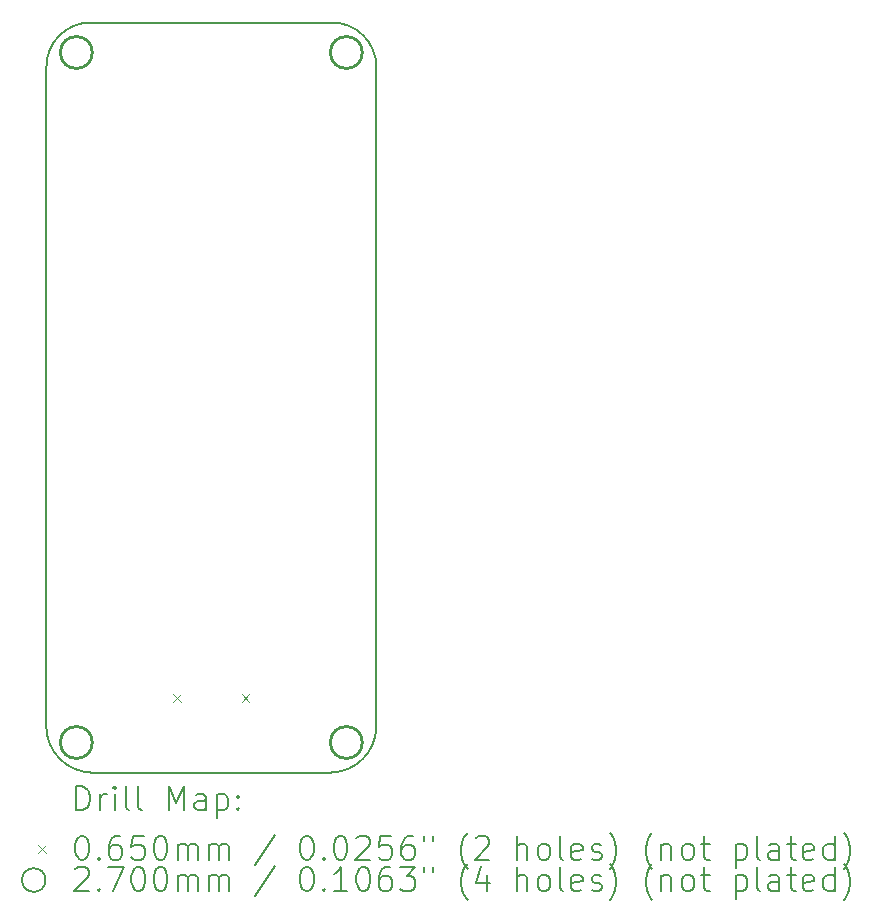
<source format=gbr>
%TF.GenerationSoftware,KiCad,Pcbnew,9.0.2*%
%TF.CreationDate,2025-05-14T22:05:09+05:30*%
%TF.ProjectId,pico2-ice,7069636f-322d-4696-9365-2e6b69636164,REV2*%
%TF.SameCoordinates,Original*%
%TF.FileFunction,Drillmap*%
%TF.FilePolarity,Positive*%
%FSLAX45Y45*%
G04 Gerber Fmt 4.5, Leading zero omitted, Abs format (unit mm)*
G04 Created by KiCad (PCBNEW 9.0.2) date 2025-05-14 22:05:09*
%MOMM*%
%LPD*%
G01*
G04 APERTURE LIST*
%ADD10C,0.127000*%
%ADD11C,0.200000*%
%ADD12C,0.100000*%
%ADD13C,0.270000*%
G04 APERTURE END LIST*
D10*
X8255000Y-13462000D02*
X6223000Y-13462000D01*
X8636000Y-7493000D02*
X8636000Y-13081000D01*
X6223000Y-7112000D02*
X8255000Y-7112000D01*
X5842000Y-13081000D02*
X5842000Y-7493000D01*
X6223000Y-13462000D02*
G75*
G02*
X5842000Y-13081000I10950J391950D01*
G01*
X5842000Y-7493000D02*
G75*
G02*
X6223000Y-7112000I375430J5570D01*
G01*
X8255000Y-7112000D02*
G75*
G02*
X8636000Y-7493000I5570J-375430D01*
G01*
X8636000Y-13081000D02*
G75*
G02*
X8255000Y-13462000I-391950J10950D01*
G01*
D11*
D12*
X6917500Y-12801200D02*
X6982500Y-12866200D01*
X6982500Y-12801200D02*
X6917500Y-12866200D01*
X7495500Y-12801200D02*
X7560500Y-12866200D01*
X7560500Y-12801200D02*
X7495500Y-12866200D01*
D13*
X6231000Y-7366000D02*
G75*
G02*
X5961000Y-7366000I-135000J0D01*
G01*
X5961000Y-7366000D02*
G75*
G02*
X6231000Y-7366000I135000J0D01*
G01*
X6231000Y-13208000D02*
G75*
G02*
X5961000Y-13208000I-135000J0D01*
G01*
X5961000Y-13208000D02*
G75*
G02*
X6231000Y-13208000I135000J0D01*
G01*
X8517000Y-7366000D02*
G75*
G02*
X8247000Y-7366000I-135000J0D01*
G01*
X8247000Y-7366000D02*
G75*
G02*
X8517000Y-7366000I135000J0D01*
G01*
X8517000Y-13208000D02*
G75*
G02*
X8247000Y-13208000I-135000J0D01*
G01*
X8247000Y-13208000D02*
G75*
G02*
X8517000Y-13208000I135000J0D01*
G01*
D11*
X6096385Y-13779834D02*
X6096385Y-13579834D01*
X6096385Y-13579834D02*
X6144004Y-13579834D01*
X6144004Y-13579834D02*
X6172576Y-13589358D01*
X6172576Y-13589358D02*
X6191624Y-13608405D01*
X6191624Y-13608405D02*
X6201147Y-13627453D01*
X6201147Y-13627453D02*
X6210671Y-13665548D01*
X6210671Y-13665548D02*
X6210671Y-13694119D01*
X6210671Y-13694119D02*
X6201147Y-13732215D01*
X6201147Y-13732215D02*
X6191624Y-13751262D01*
X6191624Y-13751262D02*
X6172576Y-13770310D01*
X6172576Y-13770310D02*
X6144004Y-13779834D01*
X6144004Y-13779834D02*
X6096385Y-13779834D01*
X6296385Y-13779834D02*
X6296385Y-13646500D01*
X6296385Y-13684596D02*
X6305909Y-13665548D01*
X6305909Y-13665548D02*
X6315433Y-13656024D01*
X6315433Y-13656024D02*
X6334481Y-13646500D01*
X6334481Y-13646500D02*
X6353528Y-13646500D01*
X6420195Y-13779834D02*
X6420195Y-13646500D01*
X6420195Y-13579834D02*
X6410671Y-13589358D01*
X6410671Y-13589358D02*
X6420195Y-13598881D01*
X6420195Y-13598881D02*
X6429719Y-13589358D01*
X6429719Y-13589358D02*
X6420195Y-13579834D01*
X6420195Y-13579834D02*
X6420195Y-13598881D01*
X6544004Y-13779834D02*
X6524957Y-13770310D01*
X6524957Y-13770310D02*
X6515433Y-13751262D01*
X6515433Y-13751262D02*
X6515433Y-13579834D01*
X6648766Y-13779834D02*
X6629719Y-13770310D01*
X6629719Y-13770310D02*
X6620195Y-13751262D01*
X6620195Y-13751262D02*
X6620195Y-13579834D01*
X6877338Y-13779834D02*
X6877338Y-13579834D01*
X6877338Y-13579834D02*
X6944005Y-13722691D01*
X6944005Y-13722691D02*
X7010671Y-13579834D01*
X7010671Y-13579834D02*
X7010671Y-13779834D01*
X7191624Y-13779834D02*
X7191624Y-13675072D01*
X7191624Y-13675072D02*
X7182100Y-13656024D01*
X7182100Y-13656024D02*
X7163052Y-13646500D01*
X7163052Y-13646500D02*
X7124957Y-13646500D01*
X7124957Y-13646500D02*
X7105909Y-13656024D01*
X7191624Y-13770310D02*
X7172576Y-13779834D01*
X7172576Y-13779834D02*
X7124957Y-13779834D01*
X7124957Y-13779834D02*
X7105909Y-13770310D01*
X7105909Y-13770310D02*
X7096385Y-13751262D01*
X7096385Y-13751262D02*
X7096385Y-13732215D01*
X7096385Y-13732215D02*
X7105909Y-13713167D01*
X7105909Y-13713167D02*
X7124957Y-13703643D01*
X7124957Y-13703643D02*
X7172576Y-13703643D01*
X7172576Y-13703643D02*
X7191624Y-13694119D01*
X7286862Y-13646500D02*
X7286862Y-13846500D01*
X7286862Y-13656024D02*
X7305909Y-13646500D01*
X7305909Y-13646500D02*
X7344005Y-13646500D01*
X7344005Y-13646500D02*
X7363052Y-13656024D01*
X7363052Y-13656024D02*
X7372576Y-13665548D01*
X7372576Y-13665548D02*
X7382100Y-13684596D01*
X7382100Y-13684596D02*
X7382100Y-13741738D01*
X7382100Y-13741738D02*
X7372576Y-13760786D01*
X7372576Y-13760786D02*
X7363052Y-13770310D01*
X7363052Y-13770310D02*
X7344005Y-13779834D01*
X7344005Y-13779834D02*
X7305909Y-13779834D01*
X7305909Y-13779834D02*
X7286862Y-13770310D01*
X7467814Y-13760786D02*
X7477338Y-13770310D01*
X7477338Y-13770310D02*
X7467814Y-13779834D01*
X7467814Y-13779834D02*
X7458290Y-13770310D01*
X7458290Y-13770310D02*
X7467814Y-13760786D01*
X7467814Y-13760786D02*
X7467814Y-13779834D01*
X7467814Y-13656024D02*
X7477338Y-13665548D01*
X7477338Y-13665548D02*
X7467814Y-13675072D01*
X7467814Y-13675072D02*
X7458290Y-13665548D01*
X7458290Y-13665548D02*
X7467814Y-13656024D01*
X7467814Y-13656024D02*
X7467814Y-13675072D01*
D12*
X5770609Y-14075850D02*
X5835609Y-14140850D01*
X5835609Y-14075850D02*
X5770609Y-14140850D01*
D11*
X6134481Y-13999834D02*
X6153528Y-13999834D01*
X6153528Y-13999834D02*
X6172576Y-14009358D01*
X6172576Y-14009358D02*
X6182100Y-14018881D01*
X6182100Y-14018881D02*
X6191624Y-14037929D01*
X6191624Y-14037929D02*
X6201147Y-14076024D01*
X6201147Y-14076024D02*
X6201147Y-14123643D01*
X6201147Y-14123643D02*
X6191624Y-14161738D01*
X6191624Y-14161738D02*
X6182100Y-14180786D01*
X6182100Y-14180786D02*
X6172576Y-14190310D01*
X6172576Y-14190310D02*
X6153528Y-14199834D01*
X6153528Y-14199834D02*
X6134481Y-14199834D01*
X6134481Y-14199834D02*
X6115433Y-14190310D01*
X6115433Y-14190310D02*
X6105909Y-14180786D01*
X6105909Y-14180786D02*
X6096385Y-14161738D01*
X6096385Y-14161738D02*
X6086862Y-14123643D01*
X6086862Y-14123643D02*
X6086862Y-14076024D01*
X6086862Y-14076024D02*
X6096385Y-14037929D01*
X6096385Y-14037929D02*
X6105909Y-14018881D01*
X6105909Y-14018881D02*
X6115433Y-14009358D01*
X6115433Y-14009358D02*
X6134481Y-13999834D01*
X6286862Y-14180786D02*
X6296385Y-14190310D01*
X6296385Y-14190310D02*
X6286862Y-14199834D01*
X6286862Y-14199834D02*
X6277338Y-14190310D01*
X6277338Y-14190310D02*
X6286862Y-14180786D01*
X6286862Y-14180786D02*
X6286862Y-14199834D01*
X6467814Y-13999834D02*
X6429719Y-13999834D01*
X6429719Y-13999834D02*
X6410671Y-14009358D01*
X6410671Y-14009358D02*
X6401147Y-14018881D01*
X6401147Y-14018881D02*
X6382100Y-14047453D01*
X6382100Y-14047453D02*
X6372576Y-14085548D01*
X6372576Y-14085548D02*
X6372576Y-14161738D01*
X6372576Y-14161738D02*
X6382100Y-14180786D01*
X6382100Y-14180786D02*
X6391624Y-14190310D01*
X6391624Y-14190310D02*
X6410671Y-14199834D01*
X6410671Y-14199834D02*
X6448766Y-14199834D01*
X6448766Y-14199834D02*
X6467814Y-14190310D01*
X6467814Y-14190310D02*
X6477338Y-14180786D01*
X6477338Y-14180786D02*
X6486862Y-14161738D01*
X6486862Y-14161738D02*
X6486862Y-14114119D01*
X6486862Y-14114119D02*
X6477338Y-14095072D01*
X6477338Y-14095072D02*
X6467814Y-14085548D01*
X6467814Y-14085548D02*
X6448766Y-14076024D01*
X6448766Y-14076024D02*
X6410671Y-14076024D01*
X6410671Y-14076024D02*
X6391624Y-14085548D01*
X6391624Y-14085548D02*
X6382100Y-14095072D01*
X6382100Y-14095072D02*
X6372576Y-14114119D01*
X6667814Y-13999834D02*
X6572576Y-13999834D01*
X6572576Y-13999834D02*
X6563052Y-14095072D01*
X6563052Y-14095072D02*
X6572576Y-14085548D01*
X6572576Y-14085548D02*
X6591624Y-14076024D01*
X6591624Y-14076024D02*
X6639243Y-14076024D01*
X6639243Y-14076024D02*
X6658290Y-14085548D01*
X6658290Y-14085548D02*
X6667814Y-14095072D01*
X6667814Y-14095072D02*
X6677338Y-14114119D01*
X6677338Y-14114119D02*
X6677338Y-14161738D01*
X6677338Y-14161738D02*
X6667814Y-14180786D01*
X6667814Y-14180786D02*
X6658290Y-14190310D01*
X6658290Y-14190310D02*
X6639243Y-14199834D01*
X6639243Y-14199834D02*
X6591624Y-14199834D01*
X6591624Y-14199834D02*
X6572576Y-14190310D01*
X6572576Y-14190310D02*
X6563052Y-14180786D01*
X6801147Y-13999834D02*
X6820195Y-13999834D01*
X6820195Y-13999834D02*
X6839243Y-14009358D01*
X6839243Y-14009358D02*
X6848766Y-14018881D01*
X6848766Y-14018881D02*
X6858290Y-14037929D01*
X6858290Y-14037929D02*
X6867814Y-14076024D01*
X6867814Y-14076024D02*
X6867814Y-14123643D01*
X6867814Y-14123643D02*
X6858290Y-14161738D01*
X6858290Y-14161738D02*
X6848766Y-14180786D01*
X6848766Y-14180786D02*
X6839243Y-14190310D01*
X6839243Y-14190310D02*
X6820195Y-14199834D01*
X6820195Y-14199834D02*
X6801147Y-14199834D01*
X6801147Y-14199834D02*
X6782100Y-14190310D01*
X6782100Y-14190310D02*
X6772576Y-14180786D01*
X6772576Y-14180786D02*
X6763052Y-14161738D01*
X6763052Y-14161738D02*
X6753528Y-14123643D01*
X6753528Y-14123643D02*
X6753528Y-14076024D01*
X6753528Y-14076024D02*
X6763052Y-14037929D01*
X6763052Y-14037929D02*
X6772576Y-14018881D01*
X6772576Y-14018881D02*
X6782100Y-14009358D01*
X6782100Y-14009358D02*
X6801147Y-13999834D01*
X6953528Y-14199834D02*
X6953528Y-14066500D01*
X6953528Y-14085548D02*
X6963052Y-14076024D01*
X6963052Y-14076024D02*
X6982100Y-14066500D01*
X6982100Y-14066500D02*
X7010671Y-14066500D01*
X7010671Y-14066500D02*
X7029719Y-14076024D01*
X7029719Y-14076024D02*
X7039243Y-14095072D01*
X7039243Y-14095072D02*
X7039243Y-14199834D01*
X7039243Y-14095072D02*
X7048766Y-14076024D01*
X7048766Y-14076024D02*
X7067814Y-14066500D01*
X7067814Y-14066500D02*
X7096385Y-14066500D01*
X7096385Y-14066500D02*
X7115433Y-14076024D01*
X7115433Y-14076024D02*
X7124957Y-14095072D01*
X7124957Y-14095072D02*
X7124957Y-14199834D01*
X7220195Y-14199834D02*
X7220195Y-14066500D01*
X7220195Y-14085548D02*
X7229719Y-14076024D01*
X7229719Y-14076024D02*
X7248766Y-14066500D01*
X7248766Y-14066500D02*
X7277338Y-14066500D01*
X7277338Y-14066500D02*
X7296386Y-14076024D01*
X7296386Y-14076024D02*
X7305909Y-14095072D01*
X7305909Y-14095072D02*
X7305909Y-14199834D01*
X7305909Y-14095072D02*
X7315433Y-14076024D01*
X7315433Y-14076024D02*
X7334481Y-14066500D01*
X7334481Y-14066500D02*
X7363052Y-14066500D01*
X7363052Y-14066500D02*
X7382100Y-14076024D01*
X7382100Y-14076024D02*
X7391624Y-14095072D01*
X7391624Y-14095072D02*
X7391624Y-14199834D01*
X7782100Y-13990310D02*
X7610671Y-14247453D01*
X8039243Y-13999834D02*
X8058290Y-13999834D01*
X8058290Y-13999834D02*
X8077338Y-14009358D01*
X8077338Y-14009358D02*
X8086862Y-14018881D01*
X8086862Y-14018881D02*
X8096386Y-14037929D01*
X8096386Y-14037929D02*
X8105909Y-14076024D01*
X8105909Y-14076024D02*
X8105909Y-14123643D01*
X8105909Y-14123643D02*
X8096386Y-14161738D01*
X8096386Y-14161738D02*
X8086862Y-14180786D01*
X8086862Y-14180786D02*
X8077338Y-14190310D01*
X8077338Y-14190310D02*
X8058290Y-14199834D01*
X8058290Y-14199834D02*
X8039243Y-14199834D01*
X8039243Y-14199834D02*
X8020195Y-14190310D01*
X8020195Y-14190310D02*
X8010671Y-14180786D01*
X8010671Y-14180786D02*
X8001148Y-14161738D01*
X8001148Y-14161738D02*
X7991624Y-14123643D01*
X7991624Y-14123643D02*
X7991624Y-14076024D01*
X7991624Y-14076024D02*
X8001148Y-14037929D01*
X8001148Y-14037929D02*
X8010671Y-14018881D01*
X8010671Y-14018881D02*
X8020195Y-14009358D01*
X8020195Y-14009358D02*
X8039243Y-13999834D01*
X8191624Y-14180786D02*
X8201148Y-14190310D01*
X8201148Y-14190310D02*
X8191624Y-14199834D01*
X8191624Y-14199834D02*
X8182100Y-14190310D01*
X8182100Y-14190310D02*
X8191624Y-14180786D01*
X8191624Y-14180786D02*
X8191624Y-14199834D01*
X8324957Y-13999834D02*
X8344005Y-13999834D01*
X8344005Y-13999834D02*
X8363052Y-14009358D01*
X8363052Y-14009358D02*
X8372576Y-14018881D01*
X8372576Y-14018881D02*
X8382100Y-14037929D01*
X8382100Y-14037929D02*
X8391624Y-14076024D01*
X8391624Y-14076024D02*
X8391624Y-14123643D01*
X8391624Y-14123643D02*
X8382100Y-14161738D01*
X8382100Y-14161738D02*
X8372576Y-14180786D01*
X8372576Y-14180786D02*
X8363052Y-14190310D01*
X8363052Y-14190310D02*
X8344005Y-14199834D01*
X8344005Y-14199834D02*
X8324957Y-14199834D01*
X8324957Y-14199834D02*
X8305909Y-14190310D01*
X8305909Y-14190310D02*
X8296386Y-14180786D01*
X8296386Y-14180786D02*
X8286862Y-14161738D01*
X8286862Y-14161738D02*
X8277338Y-14123643D01*
X8277338Y-14123643D02*
X8277338Y-14076024D01*
X8277338Y-14076024D02*
X8286862Y-14037929D01*
X8286862Y-14037929D02*
X8296386Y-14018881D01*
X8296386Y-14018881D02*
X8305909Y-14009358D01*
X8305909Y-14009358D02*
X8324957Y-13999834D01*
X8467814Y-14018881D02*
X8477338Y-14009358D01*
X8477338Y-14009358D02*
X8496386Y-13999834D01*
X8496386Y-13999834D02*
X8544005Y-13999834D01*
X8544005Y-13999834D02*
X8563052Y-14009358D01*
X8563052Y-14009358D02*
X8572576Y-14018881D01*
X8572576Y-14018881D02*
X8582100Y-14037929D01*
X8582100Y-14037929D02*
X8582100Y-14056977D01*
X8582100Y-14056977D02*
X8572576Y-14085548D01*
X8572576Y-14085548D02*
X8458291Y-14199834D01*
X8458291Y-14199834D02*
X8582100Y-14199834D01*
X8763052Y-13999834D02*
X8667814Y-13999834D01*
X8667814Y-13999834D02*
X8658291Y-14095072D01*
X8658291Y-14095072D02*
X8667814Y-14085548D01*
X8667814Y-14085548D02*
X8686862Y-14076024D01*
X8686862Y-14076024D02*
X8734481Y-14076024D01*
X8734481Y-14076024D02*
X8753529Y-14085548D01*
X8753529Y-14085548D02*
X8763052Y-14095072D01*
X8763052Y-14095072D02*
X8772576Y-14114119D01*
X8772576Y-14114119D02*
X8772576Y-14161738D01*
X8772576Y-14161738D02*
X8763052Y-14180786D01*
X8763052Y-14180786D02*
X8753529Y-14190310D01*
X8753529Y-14190310D02*
X8734481Y-14199834D01*
X8734481Y-14199834D02*
X8686862Y-14199834D01*
X8686862Y-14199834D02*
X8667814Y-14190310D01*
X8667814Y-14190310D02*
X8658291Y-14180786D01*
X8944005Y-13999834D02*
X8905910Y-13999834D01*
X8905910Y-13999834D02*
X8886862Y-14009358D01*
X8886862Y-14009358D02*
X8877338Y-14018881D01*
X8877338Y-14018881D02*
X8858291Y-14047453D01*
X8858291Y-14047453D02*
X8848767Y-14085548D01*
X8848767Y-14085548D02*
X8848767Y-14161738D01*
X8848767Y-14161738D02*
X8858291Y-14180786D01*
X8858291Y-14180786D02*
X8867814Y-14190310D01*
X8867814Y-14190310D02*
X8886862Y-14199834D01*
X8886862Y-14199834D02*
X8924957Y-14199834D01*
X8924957Y-14199834D02*
X8944005Y-14190310D01*
X8944005Y-14190310D02*
X8953529Y-14180786D01*
X8953529Y-14180786D02*
X8963052Y-14161738D01*
X8963052Y-14161738D02*
X8963052Y-14114119D01*
X8963052Y-14114119D02*
X8953529Y-14095072D01*
X8953529Y-14095072D02*
X8944005Y-14085548D01*
X8944005Y-14085548D02*
X8924957Y-14076024D01*
X8924957Y-14076024D02*
X8886862Y-14076024D01*
X8886862Y-14076024D02*
X8867814Y-14085548D01*
X8867814Y-14085548D02*
X8858291Y-14095072D01*
X8858291Y-14095072D02*
X8848767Y-14114119D01*
X9039243Y-13999834D02*
X9039243Y-14037929D01*
X9115433Y-13999834D02*
X9115433Y-14037929D01*
X9410672Y-14276024D02*
X9401148Y-14266500D01*
X9401148Y-14266500D02*
X9382100Y-14237929D01*
X9382100Y-14237929D02*
X9372576Y-14218881D01*
X9372576Y-14218881D02*
X9363053Y-14190310D01*
X9363053Y-14190310D02*
X9353529Y-14142691D01*
X9353529Y-14142691D02*
X9353529Y-14104596D01*
X9353529Y-14104596D02*
X9363053Y-14056977D01*
X9363053Y-14056977D02*
X9372576Y-14028405D01*
X9372576Y-14028405D02*
X9382100Y-14009358D01*
X9382100Y-14009358D02*
X9401148Y-13980786D01*
X9401148Y-13980786D02*
X9410672Y-13971262D01*
X9477338Y-14018881D02*
X9486862Y-14009358D01*
X9486862Y-14009358D02*
X9505910Y-13999834D01*
X9505910Y-13999834D02*
X9553529Y-13999834D01*
X9553529Y-13999834D02*
X9572576Y-14009358D01*
X9572576Y-14009358D02*
X9582100Y-14018881D01*
X9582100Y-14018881D02*
X9591624Y-14037929D01*
X9591624Y-14037929D02*
X9591624Y-14056977D01*
X9591624Y-14056977D02*
X9582100Y-14085548D01*
X9582100Y-14085548D02*
X9467814Y-14199834D01*
X9467814Y-14199834D02*
X9591624Y-14199834D01*
X9829719Y-14199834D02*
X9829719Y-13999834D01*
X9915434Y-14199834D02*
X9915434Y-14095072D01*
X9915434Y-14095072D02*
X9905910Y-14076024D01*
X9905910Y-14076024D02*
X9886862Y-14066500D01*
X9886862Y-14066500D02*
X9858291Y-14066500D01*
X9858291Y-14066500D02*
X9839243Y-14076024D01*
X9839243Y-14076024D02*
X9829719Y-14085548D01*
X10039243Y-14199834D02*
X10020195Y-14190310D01*
X10020195Y-14190310D02*
X10010672Y-14180786D01*
X10010672Y-14180786D02*
X10001148Y-14161738D01*
X10001148Y-14161738D02*
X10001148Y-14104596D01*
X10001148Y-14104596D02*
X10010672Y-14085548D01*
X10010672Y-14085548D02*
X10020195Y-14076024D01*
X10020195Y-14076024D02*
X10039243Y-14066500D01*
X10039243Y-14066500D02*
X10067815Y-14066500D01*
X10067815Y-14066500D02*
X10086862Y-14076024D01*
X10086862Y-14076024D02*
X10096386Y-14085548D01*
X10096386Y-14085548D02*
X10105910Y-14104596D01*
X10105910Y-14104596D02*
X10105910Y-14161738D01*
X10105910Y-14161738D02*
X10096386Y-14180786D01*
X10096386Y-14180786D02*
X10086862Y-14190310D01*
X10086862Y-14190310D02*
X10067815Y-14199834D01*
X10067815Y-14199834D02*
X10039243Y-14199834D01*
X10220195Y-14199834D02*
X10201148Y-14190310D01*
X10201148Y-14190310D02*
X10191624Y-14171262D01*
X10191624Y-14171262D02*
X10191624Y-13999834D01*
X10372576Y-14190310D02*
X10353529Y-14199834D01*
X10353529Y-14199834D02*
X10315434Y-14199834D01*
X10315434Y-14199834D02*
X10296386Y-14190310D01*
X10296386Y-14190310D02*
X10286862Y-14171262D01*
X10286862Y-14171262D02*
X10286862Y-14095072D01*
X10286862Y-14095072D02*
X10296386Y-14076024D01*
X10296386Y-14076024D02*
X10315434Y-14066500D01*
X10315434Y-14066500D02*
X10353529Y-14066500D01*
X10353529Y-14066500D02*
X10372576Y-14076024D01*
X10372576Y-14076024D02*
X10382100Y-14095072D01*
X10382100Y-14095072D02*
X10382100Y-14114119D01*
X10382100Y-14114119D02*
X10286862Y-14133167D01*
X10458291Y-14190310D02*
X10477338Y-14199834D01*
X10477338Y-14199834D02*
X10515434Y-14199834D01*
X10515434Y-14199834D02*
X10534481Y-14190310D01*
X10534481Y-14190310D02*
X10544005Y-14171262D01*
X10544005Y-14171262D02*
X10544005Y-14161738D01*
X10544005Y-14161738D02*
X10534481Y-14142691D01*
X10534481Y-14142691D02*
X10515434Y-14133167D01*
X10515434Y-14133167D02*
X10486862Y-14133167D01*
X10486862Y-14133167D02*
X10467815Y-14123643D01*
X10467815Y-14123643D02*
X10458291Y-14104596D01*
X10458291Y-14104596D02*
X10458291Y-14095072D01*
X10458291Y-14095072D02*
X10467815Y-14076024D01*
X10467815Y-14076024D02*
X10486862Y-14066500D01*
X10486862Y-14066500D02*
X10515434Y-14066500D01*
X10515434Y-14066500D02*
X10534481Y-14076024D01*
X10610672Y-14276024D02*
X10620196Y-14266500D01*
X10620196Y-14266500D02*
X10639243Y-14237929D01*
X10639243Y-14237929D02*
X10648767Y-14218881D01*
X10648767Y-14218881D02*
X10658291Y-14190310D01*
X10658291Y-14190310D02*
X10667815Y-14142691D01*
X10667815Y-14142691D02*
X10667815Y-14104596D01*
X10667815Y-14104596D02*
X10658291Y-14056977D01*
X10658291Y-14056977D02*
X10648767Y-14028405D01*
X10648767Y-14028405D02*
X10639243Y-14009358D01*
X10639243Y-14009358D02*
X10620196Y-13980786D01*
X10620196Y-13980786D02*
X10610672Y-13971262D01*
X10972577Y-14276024D02*
X10963053Y-14266500D01*
X10963053Y-14266500D02*
X10944005Y-14237929D01*
X10944005Y-14237929D02*
X10934481Y-14218881D01*
X10934481Y-14218881D02*
X10924957Y-14190310D01*
X10924957Y-14190310D02*
X10915434Y-14142691D01*
X10915434Y-14142691D02*
X10915434Y-14104596D01*
X10915434Y-14104596D02*
X10924957Y-14056977D01*
X10924957Y-14056977D02*
X10934481Y-14028405D01*
X10934481Y-14028405D02*
X10944005Y-14009358D01*
X10944005Y-14009358D02*
X10963053Y-13980786D01*
X10963053Y-13980786D02*
X10972577Y-13971262D01*
X11048767Y-14066500D02*
X11048767Y-14199834D01*
X11048767Y-14085548D02*
X11058291Y-14076024D01*
X11058291Y-14076024D02*
X11077338Y-14066500D01*
X11077338Y-14066500D02*
X11105910Y-14066500D01*
X11105910Y-14066500D02*
X11124957Y-14076024D01*
X11124957Y-14076024D02*
X11134481Y-14095072D01*
X11134481Y-14095072D02*
X11134481Y-14199834D01*
X11258291Y-14199834D02*
X11239243Y-14190310D01*
X11239243Y-14190310D02*
X11229719Y-14180786D01*
X11229719Y-14180786D02*
X11220195Y-14161738D01*
X11220195Y-14161738D02*
X11220195Y-14104596D01*
X11220195Y-14104596D02*
X11229719Y-14085548D01*
X11229719Y-14085548D02*
X11239243Y-14076024D01*
X11239243Y-14076024D02*
X11258291Y-14066500D01*
X11258291Y-14066500D02*
X11286862Y-14066500D01*
X11286862Y-14066500D02*
X11305910Y-14076024D01*
X11305910Y-14076024D02*
X11315434Y-14085548D01*
X11315434Y-14085548D02*
X11324957Y-14104596D01*
X11324957Y-14104596D02*
X11324957Y-14161738D01*
X11324957Y-14161738D02*
X11315434Y-14180786D01*
X11315434Y-14180786D02*
X11305910Y-14190310D01*
X11305910Y-14190310D02*
X11286862Y-14199834D01*
X11286862Y-14199834D02*
X11258291Y-14199834D01*
X11382100Y-14066500D02*
X11458291Y-14066500D01*
X11410672Y-13999834D02*
X11410672Y-14171262D01*
X11410672Y-14171262D02*
X11420195Y-14190310D01*
X11420195Y-14190310D02*
X11439243Y-14199834D01*
X11439243Y-14199834D02*
X11458291Y-14199834D01*
X11677338Y-14066500D02*
X11677338Y-14266500D01*
X11677338Y-14076024D02*
X11696386Y-14066500D01*
X11696386Y-14066500D02*
X11734481Y-14066500D01*
X11734481Y-14066500D02*
X11753529Y-14076024D01*
X11753529Y-14076024D02*
X11763053Y-14085548D01*
X11763053Y-14085548D02*
X11772576Y-14104596D01*
X11772576Y-14104596D02*
X11772576Y-14161738D01*
X11772576Y-14161738D02*
X11763053Y-14180786D01*
X11763053Y-14180786D02*
X11753529Y-14190310D01*
X11753529Y-14190310D02*
X11734481Y-14199834D01*
X11734481Y-14199834D02*
X11696386Y-14199834D01*
X11696386Y-14199834D02*
X11677338Y-14190310D01*
X11886862Y-14199834D02*
X11867815Y-14190310D01*
X11867815Y-14190310D02*
X11858291Y-14171262D01*
X11858291Y-14171262D02*
X11858291Y-13999834D01*
X12048767Y-14199834D02*
X12048767Y-14095072D01*
X12048767Y-14095072D02*
X12039243Y-14076024D01*
X12039243Y-14076024D02*
X12020196Y-14066500D01*
X12020196Y-14066500D02*
X11982100Y-14066500D01*
X11982100Y-14066500D02*
X11963053Y-14076024D01*
X12048767Y-14190310D02*
X12029719Y-14199834D01*
X12029719Y-14199834D02*
X11982100Y-14199834D01*
X11982100Y-14199834D02*
X11963053Y-14190310D01*
X11963053Y-14190310D02*
X11953529Y-14171262D01*
X11953529Y-14171262D02*
X11953529Y-14152215D01*
X11953529Y-14152215D02*
X11963053Y-14133167D01*
X11963053Y-14133167D02*
X11982100Y-14123643D01*
X11982100Y-14123643D02*
X12029719Y-14123643D01*
X12029719Y-14123643D02*
X12048767Y-14114119D01*
X12115434Y-14066500D02*
X12191624Y-14066500D01*
X12144005Y-13999834D02*
X12144005Y-14171262D01*
X12144005Y-14171262D02*
X12153529Y-14190310D01*
X12153529Y-14190310D02*
X12172576Y-14199834D01*
X12172576Y-14199834D02*
X12191624Y-14199834D01*
X12334481Y-14190310D02*
X12315434Y-14199834D01*
X12315434Y-14199834D02*
X12277338Y-14199834D01*
X12277338Y-14199834D02*
X12258291Y-14190310D01*
X12258291Y-14190310D02*
X12248767Y-14171262D01*
X12248767Y-14171262D02*
X12248767Y-14095072D01*
X12248767Y-14095072D02*
X12258291Y-14076024D01*
X12258291Y-14076024D02*
X12277338Y-14066500D01*
X12277338Y-14066500D02*
X12315434Y-14066500D01*
X12315434Y-14066500D02*
X12334481Y-14076024D01*
X12334481Y-14076024D02*
X12344005Y-14095072D01*
X12344005Y-14095072D02*
X12344005Y-14114119D01*
X12344005Y-14114119D02*
X12248767Y-14133167D01*
X12515434Y-14199834D02*
X12515434Y-13999834D01*
X12515434Y-14190310D02*
X12496386Y-14199834D01*
X12496386Y-14199834D02*
X12458291Y-14199834D01*
X12458291Y-14199834D02*
X12439243Y-14190310D01*
X12439243Y-14190310D02*
X12429719Y-14180786D01*
X12429719Y-14180786D02*
X12420196Y-14161738D01*
X12420196Y-14161738D02*
X12420196Y-14104596D01*
X12420196Y-14104596D02*
X12429719Y-14085548D01*
X12429719Y-14085548D02*
X12439243Y-14076024D01*
X12439243Y-14076024D02*
X12458291Y-14066500D01*
X12458291Y-14066500D02*
X12496386Y-14066500D01*
X12496386Y-14066500D02*
X12515434Y-14076024D01*
X12591624Y-14276024D02*
X12601148Y-14266500D01*
X12601148Y-14266500D02*
X12620196Y-14237929D01*
X12620196Y-14237929D02*
X12629719Y-14218881D01*
X12629719Y-14218881D02*
X12639243Y-14190310D01*
X12639243Y-14190310D02*
X12648767Y-14142691D01*
X12648767Y-14142691D02*
X12648767Y-14104596D01*
X12648767Y-14104596D02*
X12639243Y-14056977D01*
X12639243Y-14056977D02*
X12629719Y-14028405D01*
X12629719Y-14028405D02*
X12620196Y-14009358D01*
X12620196Y-14009358D02*
X12601148Y-13980786D01*
X12601148Y-13980786D02*
X12591624Y-13971262D01*
X5835609Y-14372350D02*
G75*
G02*
X5635609Y-14372350I-100000J0D01*
G01*
X5635609Y-14372350D02*
G75*
G02*
X5835609Y-14372350I100000J0D01*
G01*
X6086862Y-14282881D02*
X6096385Y-14273358D01*
X6096385Y-14273358D02*
X6115433Y-14263834D01*
X6115433Y-14263834D02*
X6163052Y-14263834D01*
X6163052Y-14263834D02*
X6182100Y-14273358D01*
X6182100Y-14273358D02*
X6191624Y-14282881D01*
X6191624Y-14282881D02*
X6201147Y-14301929D01*
X6201147Y-14301929D02*
X6201147Y-14320977D01*
X6201147Y-14320977D02*
X6191624Y-14349548D01*
X6191624Y-14349548D02*
X6077338Y-14463834D01*
X6077338Y-14463834D02*
X6201147Y-14463834D01*
X6286862Y-14444786D02*
X6296385Y-14454310D01*
X6296385Y-14454310D02*
X6286862Y-14463834D01*
X6286862Y-14463834D02*
X6277338Y-14454310D01*
X6277338Y-14454310D02*
X6286862Y-14444786D01*
X6286862Y-14444786D02*
X6286862Y-14463834D01*
X6363052Y-14263834D02*
X6496385Y-14263834D01*
X6496385Y-14263834D02*
X6410671Y-14463834D01*
X6610671Y-14263834D02*
X6629719Y-14263834D01*
X6629719Y-14263834D02*
X6648766Y-14273358D01*
X6648766Y-14273358D02*
X6658290Y-14282881D01*
X6658290Y-14282881D02*
X6667814Y-14301929D01*
X6667814Y-14301929D02*
X6677338Y-14340024D01*
X6677338Y-14340024D02*
X6677338Y-14387643D01*
X6677338Y-14387643D02*
X6667814Y-14425738D01*
X6667814Y-14425738D02*
X6658290Y-14444786D01*
X6658290Y-14444786D02*
X6648766Y-14454310D01*
X6648766Y-14454310D02*
X6629719Y-14463834D01*
X6629719Y-14463834D02*
X6610671Y-14463834D01*
X6610671Y-14463834D02*
X6591624Y-14454310D01*
X6591624Y-14454310D02*
X6582100Y-14444786D01*
X6582100Y-14444786D02*
X6572576Y-14425738D01*
X6572576Y-14425738D02*
X6563052Y-14387643D01*
X6563052Y-14387643D02*
X6563052Y-14340024D01*
X6563052Y-14340024D02*
X6572576Y-14301929D01*
X6572576Y-14301929D02*
X6582100Y-14282881D01*
X6582100Y-14282881D02*
X6591624Y-14273358D01*
X6591624Y-14273358D02*
X6610671Y-14263834D01*
X6801147Y-14263834D02*
X6820195Y-14263834D01*
X6820195Y-14263834D02*
X6839243Y-14273358D01*
X6839243Y-14273358D02*
X6848766Y-14282881D01*
X6848766Y-14282881D02*
X6858290Y-14301929D01*
X6858290Y-14301929D02*
X6867814Y-14340024D01*
X6867814Y-14340024D02*
X6867814Y-14387643D01*
X6867814Y-14387643D02*
X6858290Y-14425738D01*
X6858290Y-14425738D02*
X6848766Y-14444786D01*
X6848766Y-14444786D02*
X6839243Y-14454310D01*
X6839243Y-14454310D02*
X6820195Y-14463834D01*
X6820195Y-14463834D02*
X6801147Y-14463834D01*
X6801147Y-14463834D02*
X6782100Y-14454310D01*
X6782100Y-14454310D02*
X6772576Y-14444786D01*
X6772576Y-14444786D02*
X6763052Y-14425738D01*
X6763052Y-14425738D02*
X6753528Y-14387643D01*
X6753528Y-14387643D02*
X6753528Y-14340024D01*
X6753528Y-14340024D02*
X6763052Y-14301929D01*
X6763052Y-14301929D02*
X6772576Y-14282881D01*
X6772576Y-14282881D02*
X6782100Y-14273358D01*
X6782100Y-14273358D02*
X6801147Y-14263834D01*
X6953528Y-14463834D02*
X6953528Y-14330500D01*
X6953528Y-14349548D02*
X6963052Y-14340024D01*
X6963052Y-14340024D02*
X6982100Y-14330500D01*
X6982100Y-14330500D02*
X7010671Y-14330500D01*
X7010671Y-14330500D02*
X7029719Y-14340024D01*
X7029719Y-14340024D02*
X7039243Y-14359072D01*
X7039243Y-14359072D02*
X7039243Y-14463834D01*
X7039243Y-14359072D02*
X7048766Y-14340024D01*
X7048766Y-14340024D02*
X7067814Y-14330500D01*
X7067814Y-14330500D02*
X7096385Y-14330500D01*
X7096385Y-14330500D02*
X7115433Y-14340024D01*
X7115433Y-14340024D02*
X7124957Y-14359072D01*
X7124957Y-14359072D02*
X7124957Y-14463834D01*
X7220195Y-14463834D02*
X7220195Y-14330500D01*
X7220195Y-14349548D02*
X7229719Y-14340024D01*
X7229719Y-14340024D02*
X7248766Y-14330500D01*
X7248766Y-14330500D02*
X7277338Y-14330500D01*
X7277338Y-14330500D02*
X7296386Y-14340024D01*
X7296386Y-14340024D02*
X7305909Y-14359072D01*
X7305909Y-14359072D02*
X7305909Y-14463834D01*
X7305909Y-14359072D02*
X7315433Y-14340024D01*
X7315433Y-14340024D02*
X7334481Y-14330500D01*
X7334481Y-14330500D02*
X7363052Y-14330500D01*
X7363052Y-14330500D02*
X7382100Y-14340024D01*
X7382100Y-14340024D02*
X7391624Y-14359072D01*
X7391624Y-14359072D02*
X7391624Y-14463834D01*
X7782100Y-14254310D02*
X7610671Y-14511453D01*
X8039243Y-14263834D02*
X8058290Y-14263834D01*
X8058290Y-14263834D02*
X8077338Y-14273358D01*
X8077338Y-14273358D02*
X8086862Y-14282881D01*
X8086862Y-14282881D02*
X8096386Y-14301929D01*
X8096386Y-14301929D02*
X8105909Y-14340024D01*
X8105909Y-14340024D02*
X8105909Y-14387643D01*
X8105909Y-14387643D02*
X8096386Y-14425738D01*
X8096386Y-14425738D02*
X8086862Y-14444786D01*
X8086862Y-14444786D02*
X8077338Y-14454310D01*
X8077338Y-14454310D02*
X8058290Y-14463834D01*
X8058290Y-14463834D02*
X8039243Y-14463834D01*
X8039243Y-14463834D02*
X8020195Y-14454310D01*
X8020195Y-14454310D02*
X8010671Y-14444786D01*
X8010671Y-14444786D02*
X8001148Y-14425738D01*
X8001148Y-14425738D02*
X7991624Y-14387643D01*
X7991624Y-14387643D02*
X7991624Y-14340024D01*
X7991624Y-14340024D02*
X8001148Y-14301929D01*
X8001148Y-14301929D02*
X8010671Y-14282881D01*
X8010671Y-14282881D02*
X8020195Y-14273358D01*
X8020195Y-14273358D02*
X8039243Y-14263834D01*
X8191624Y-14444786D02*
X8201148Y-14454310D01*
X8201148Y-14454310D02*
X8191624Y-14463834D01*
X8191624Y-14463834D02*
X8182100Y-14454310D01*
X8182100Y-14454310D02*
X8191624Y-14444786D01*
X8191624Y-14444786D02*
X8191624Y-14463834D01*
X8391624Y-14463834D02*
X8277338Y-14463834D01*
X8334481Y-14463834D02*
X8334481Y-14263834D01*
X8334481Y-14263834D02*
X8315433Y-14292405D01*
X8315433Y-14292405D02*
X8296386Y-14311453D01*
X8296386Y-14311453D02*
X8277338Y-14320977D01*
X8515433Y-14263834D02*
X8534481Y-14263834D01*
X8534481Y-14263834D02*
X8553529Y-14273358D01*
X8553529Y-14273358D02*
X8563052Y-14282881D01*
X8563052Y-14282881D02*
X8572576Y-14301929D01*
X8572576Y-14301929D02*
X8582100Y-14340024D01*
X8582100Y-14340024D02*
X8582100Y-14387643D01*
X8582100Y-14387643D02*
X8572576Y-14425738D01*
X8572576Y-14425738D02*
X8563052Y-14444786D01*
X8563052Y-14444786D02*
X8553529Y-14454310D01*
X8553529Y-14454310D02*
X8534481Y-14463834D01*
X8534481Y-14463834D02*
X8515433Y-14463834D01*
X8515433Y-14463834D02*
X8496386Y-14454310D01*
X8496386Y-14454310D02*
X8486862Y-14444786D01*
X8486862Y-14444786D02*
X8477338Y-14425738D01*
X8477338Y-14425738D02*
X8467814Y-14387643D01*
X8467814Y-14387643D02*
X8467814Y-14340024D01*
X8467814Y-14340024D02*
X8477338Y-14301929D01*
X8477338Y-14301929D02*
X8486862Y-14282881D01*
X8486862Y-14282881D02*
X8496386Y-14273358D01*
X8496386Y-14273358D02*
X8515433Y-14263834D01*
X8753529Y-14263834D02*
X8715433Y-14263834D01*
X8715433Y-14263834D02*
X8696386Y-14273358D01*
X8696386Y-14273358D02*
X8686862Y-14282881D01*
X8686862Y-14282881D02*
X8667814Y-14311453D01*
X8667814Y-14311453D02*
X8658291Y-14349548D01*
X8658291Y-14349548D02*
X8658291Y-14425738D01*
X8658291Y-14425738D02*
X8667814Y-14444786D01*
X8667814Y-14444786D02*
X8677338Y-14454310D01*
X8677338Y-14454310D02*
X8696386Y-14463834D01*
X8696386Y-14463834D02*
X8734481Y-14463834D01*
X8734481Y-14463834D02*
X8753529Y-14454310D01*
X8753529Y-14454310D02*
X8763052Y-14444786D01*
X8763052Y-14444786D02*
X8772576Y-14425738D01*
X8772576Y-14425738D02*
X8772576Y-14378119D01*
X8772576Y-14378119D02*
X8763052Y-14359072D01*
X8763052Y-14359072D02*
X8753529Y-14349548D01*
X8753529Y-14349548D02*
X8734481Y-14340024D01*
X8734481Y-14340024D02*
X8696386Y-14340024D01*
X8696386Y-14340024D02*
X8677338Y-14349548D01*
X8677338Y-14349548D02*
X8667814Y-14359072D01*
X8667814Y-14359072D02*
X8658291Y-14378119D01*
X8839243Y-14263834D02*
X8963052Y-14263834D01*
X8963052Y-14263834D02*
X8896386Y-14340024D01*
X8896386Y-14340024D02*
X8924957Y-14340024D01*
X8924957Y-14340024D02*
X8944005Y-14349548D01*
X8944005Y-14349548D02*
X8953529Y-14359072D01*
X8953529Y-14359072D02*
X8963052Y-14378119D01*
X8963052Y-14378119D02*
X8963052Y-14425738D01*
X8963052Y-14425738D02*
X8953529Y-14444786D01*
X8953529Y-14444786D02*
X8944005Y-14454310D01*
X8944005Y-14454310D02*
X8924957Y-14463834D01*
X8924957Y-14463834D02*
X8867814Y-14463834D01*
X8867814Y-14463834D02*
X8848767Y-14454310D01*
X8848767Y-14454310D02*
X8839243Y-14444786D01*
X9039243Y-14263834D02*
X9039243Y-14301929D01*
X9115433Y-14263834D02*
X9115433Y-14301929D01*
X9410672Y-14540024D02*
X9401148Y-14530500D01*
X9401148Y-14530500D02*
X9382100Y-14501929D01*
X9382100Y-14501929D02*
X9372576Y-14482881D01*
X9372576Y-14482881D02*
X9363053Y-14454310D01*
X9363053Y-14454310D02*
X9353529Y-14406691D01*
X9353529Y-14406691D02*
X9353529Y-14368596D01*
X9353529Y-14368596D02*
X9363053Y-14320977D01*
X9363053Y-14320977D02*
X9372576Y-14292405D01*
X9372576Y-14292405D02*
X9382100Y-14273358D01*
X9382100Y-14273358D02*
X9401148Y-14244786D01*
X9401148Y-14244786D02*
X9410672Y-14235262D01*
X9572576Y-14330500D02*
X9572576Y-14463834D01*
X9524957Y-14254310D02*
X9477338Y-14397167D01*
X9477338Y-14397167D02*
X9601148Y-14397167D01*
X9829719Y-14463834D02*
X9829719Y-14263834D01*
X9915434Y-14463834D02*
X9915434Y-14359072D01*
X9915434Y-14359072D02*
X9905910Y-14340024D01*
X9905910Y-14340024D02*
X9886862Y-14330500D01*
X9886862Y-14330500D02*
X9858291Y-14330500D01*
X9858291Y-14330500D02*
X9839243Y-14340024D01*
X9839243Y-14340024D02*
X9829719Y-14349548D01*
X10039243Y-14463834D02*
X10020195Y-14454310D01*
X10020195Y-14454310D02*
X10010672Y-14444786D01*
X10010672Y-14444786D02*
X10001148Y-14425738D01*
X10001148Y-14425738D02*
X10001148Y-14368596D01*
X10001148Y-14368596D02*
X10010672Y-14349548D01*
X10010672Y-14349548D02*
X10020195Y-14340024D01*
X10020195Y-14340024D02*
X10039243Y-14330500D01*
X10039243Y-14330500D02*
X10067815Y-14330500D01*
X10067815Y-14330500D02*
X10086862Y-14340024D01*
X10086862Y-14340024D02*
X10096386Y-14349548D01*
X10096386Y-14349548D02*
X10105910Y-14368596D01*
X10105910Y-14368596D02*
X10105910Y-14425738D01*
X10105910Y-14425738D02*
X10096386Y-14444786D01*
X10096386Y-14444786D02*
X10086862Y-14454310D01*
X10086862Y-14454310D02*
X10067815Y-14463834D01*
X10067815Y-14463834D02*
X10039243Y-14463834D01*
X10220195Y-14463834D02*
X10201148Y-14454310D01*
X10201148Y-14454310D02*
X10191624Y-14435262D01*
X10191624Y-14435262D02*
X10191624Y-14263834D01*
X10372576Y-14454310D02*
X10353529Y-14463834D01*
X10353529Y-14463834D02*
X10315434Y-14463834D01*
X10315434Y-14463834D02*
X10296386Y-14454310D01*
X10296386Y-14454310D02*
X10286862Y-14435262D01*
X10286862Y-14435262D02*
X10286862Y-14359072D01*
X10286862Y-14359072D02*
X10296386Y-14340024D01*
X10296386Y-14340024D02*
X10315434Y-14330500D01*
X10315434Y-14330500D02*
X10353529Y-14330500D01*
X10353529Y-14330500D02*
X10372576Y-14340024D01*
X10372576Y-14340024D02*
X10382100Y-14359072D01*
X10382100Y-14359072D02*
X10382100Y-14378119D01*
X10382100Y-14378119D02*
X10286862Y-14397167D01*
X10458291Y-14454310D02*
X10477338Y-14463834D01*
X10477338Y-14463834D02*
X10515434Y-14463834D01*
X10515434Y-14463834D02*
X10534481Y-14454310D01*
X10534481Y-14454310D02*
X10544005Y-14435262D01*
X10544005Y-14435262D02*
X10544005Y-14425738D01*
X10544005Y-14425738D02*
X10534481Y-14406691D01*
X10534481Y-14406691D02*
X10515434Y-14397167D01*
X10515434Y-14397167D02*
X10486862Y-14397167D01*
X10486862Y-14397167D02*
X10467815Y-14387643D01*
X10467815Y-14387643D02*
X10458291Y-14368596D01*
X10458291Y-14368596D02*
X10458291Y-14359072D01*
X10458291Y-14359072D02*
X10467815Y-14340024D01*
X10467815Y-14340024D02*
X10486862Y-14330500D01*
X10486862Y-14330500D02*
X10515434Y-14330500D01*
X10515434Y-14330500D02*
X10534481Y-14340024D01*
X10610672Y-14540024D02*
X10620196Y-14530500D01*
X10620196Y-14530500D02*
X10639243Y-14501929D01*
X10639243Y-14501929D02*
X10648767Y-14482881D01*
X10648767Y-14482881D02*
X10658291Y-14454310D01*
X10658291Y-14454310D02*
X10667815Y-14406691D01*
X10667815Y-14406691D02*
X10667815Y-14368596D01*
X10667815Y-14368596D02*
X10658291Y-14320977D01*
X10658291Y-14320977D02*
X10648767Y-14292405D01*
X10648767Y-14292405D02*
X10639243Y-14273358D01*
X10639243Y-14273358D02*
X10620196Y-14244786D01*
X10620196Y-14244786D02*
X10610672Y-14235262D01*
X10972577Y-14540024D02*
X10963053Y-14530500D01*
X10963053Y-14530500D02*
X10944005Y-14501929D01*
X10944005Y-14501929D02*
X10934481Y-14482881D01*
X10934481Y-14482881D02*
X10924957Y-14454310D01*
X10924957Y-14454310D02*
X10915434Y-14406691D01*
X10915434Y-14406691D02*
X10915434Y-14368596D01*
X10915434Y-14368596D02*
X10924957Y-14320977D01*
X10924957Y-14320977D02*
X10934481Y-14292405D01*
X10934481Y-14292405D02*
X10944005Y-14273358D01*
X10944005Y-14273358D02*
X10963053Y-14244786D01*
X10963053Y-14244786D02*
X10972577Y-14235262D01*
X11048767Y-14330500D02*
X11048767Y-14463834D01*
X11048767Y-14349548D02*
X11058291Y-14340024D01*
X11058291Y-14340024D02*
X11077338Y-14330500D01*
X11077338Y-14330500D02*
X11105910Y-14330500D01*
X11105910Y-14330500D02*
X11124957Y-14340024D01*
X11124957Y-14340024D02*
X11134481Y-14359072D01*
X11134481Y-14359072D02*
X11134481Y-14463834D01*
X11258291Y-14463834D02*
X11239243Y-14454310D01*
X11239243Y-14454310D02*
X11229719Y-14444786D01*
X11229719Y-14444786D02*
X11220195Y-14425738D01*
X11220195Y-14425738D02*
X11220195Y-14368596D01*
X11220195Y-14368596D02*
X11229719Y-14349548D01*
X11229719Y-14349548D02*
X11239243Y-14340024D01*
X11239243Y-14340024D02*
X11258291Y-14330500D01*
X11258291Y-14330500D02*
X11286862Y-14330500D01*
X11286862Y-14330500D02*
X11305910Y-14340024D01*
X11305910Y-14340024D02*
X11315434Y-14349548D01*
X11315434Y-14349548D02*
X11324957Y-14368596D01*
X11324957Y-14368596D02*
X11324957Y-14425738D01*
X11324957Y-14425738D02*
X11315434Y-14444786D01*
X11315434Y-14444786D02*
X11305910Y-14454310D01*
X11305910Y-14454310D02*
X11286862Y-14463834D01*
X11286862Y-14463834D02*
X11258291Y-14463834D01*
X11382100Y-14330500D02*
X11458291Y-14330500D01*
X11410672Y-14263834D02*
X11410672Y-14435262D01*
X11410672Y-14435262D02*
X11420195Y-14454310D01*
X11420195Y-14454310D02*
X11439243Y-14463834D01*
X11439243Y-14463834D02*
X11458291Y-14463834D01*
X11677338Y-14330500D02*
X11677338Y-14530500D01*
X11677338Y-14340024D02*
X11696386Y-14330500D01*
X11696386Y-14330500D02*
X11734481Y-14330500D01*
X11734481Y-14330500D02*
X11753529Y-14340024D01*
X11753529Y-14340024D02*
X11763053Y-14349548D01*
X11763053Y-14349548D02*
X11772576Y-14368596D01*
X11772576Y-14368596D02*
X11772576Y-14425738D01*
X11772576Y-14425738D02*
X11763053Y-14444786D01*
X11763053Y-14444786D02*
X11753529Y-14454310D01*
X11753529Y-14454310D02*
X11734481Y-14463834D01*
X11734481Y-14463834D02*
X11696386Y-14463834D01*
X11696386Y-14463834D02*
X11677338Y-14454310D01*
X11886862Y-14463834D02*
X11867815Y-14454310D01*
X11867815Y-14454310D02*
X11858291Y-14435262D01*
X11858291Y-14435262D02*
X11858291Y-14263834D01*
X12048767Y-14463834D02*
X12048767Y-14359072D01*
X12048767Y-14359072D02*
X12039243Y-14340024D01*
X12039243Y-14340024D02*
X12020196Y-14330500D01*
X12020196Y-14330500D02*
X11982100Y-14330500D01*
X11982100Y-14330500D02*
X11963053Y-14340024D01*
X12048767Y-14454310D02*
X12029719Y-14463834D01*
X12029719Y-14463834D02*
X11982100Y-14463834D01*
X11982100Y-14463834D02*
X11963053Y-14454310D01*
X11963053Y-14454310D02*
X11953529Y-14435262D01*
X11953529Y-14435262D02*
X11953529Y-14416215D01*
X11953529Y-14416215D02*
X11963053Y-14397167D01*
X11963053Y-14397167D02*
X11982100Y-14387643D01*
X11982100Y-14387643D02*
X12029719Y-14387643D01*
X12029719Y-14387643D02*
X12048767Y-14378119D01*
X12115434Y-14330500D02*
X12191624Y-14330500D01*
X12144005Y-14263834D02*
X12144005Y-14435262D01*
X12144005Y-14435262D02*
X12153529Y-14454310D01*
X12153529Y-14454310D02*
X12172576Y-14463834D01*
X12172576Y-14463834D02*
X12191624Y-14463834D01*
X12334481Y-14454310D02*
X12315434Y-14463834D01*
X12315434Y-14463834D02*
X12277338Y-14463834D01*
X12277338Y-14463834D02*
X12258291Y-14454310D01*
X12258291Y-14454310D02*
X12248767Y-14435262D01*
X12248767Y-14435262D02*
X12248767Y-14359072D01*
X12248767Y-14359072D02*
X12258291Y-14340024D01*
X12258291Y-14340024D02*
X12277338Y-14330500D01*
X12277338Y-14330500D02*
X12315434Y-14330500D01*
X12315434Y-14330500D02*
X12334481Y-14340024D01*
X12334481Y-14340024D02*
X12344005Y-14359072D01*
X12344005Y-14359072D02*
X12344005Y-14378119D01*
X12344005Y-14378119D02*
X12248767Y-14397167D01*
X12515434Y-14463834D02*
X12515434Y-14263834D01*
X12515434Y-14454310D02*
X12496386Y-14463834D01*
X12496386Y-14463834D02*
X12458291Y-14463834D01*
X12458291Y-14463834D02*
X12439243Y-14454310D01*
X12439243Y-14454310D02*
X12429719Y-14444786D01*
X12429719Y-14444786D02*
X12420196Y-14425738D01*
X12420196Y-14425738D02*
X12420196Y-14368596D01*
X12420196Y-14368596D02*
X12429719Y-14349548D01*
X12429719Y-14349548D02*
X12439243Y-14340024D01*
X12439243Y-14340024D02*
X12458291Y-14330500D01*
X12458291Y-14330500D02*
X12496386Y-14330500D01*
X12496386Y-14330500D02*
X12515434Y-14340024D01*
X12591624Y-14540024D02*
X12601148Y-14530500D01*
X12601148Y-14530500D02*
X12620196Y-14501929D01*
X12620196Y-14501929D02*
X12629719Y-14482881D01*
X12629719Y-14482881D02*
X12639243Y-14454310D01*
X12639243Y-14454310D02*
X12648767Y-14406691D01*
X12648767Y-14406691D02*
X12648767Y-14368596D01*
X12648767Y-14368596D02*
X12639243Y-14320977D01*
X12639243Y-14320977D02*
X12629719Y-14292405D01*
X12629719Y-14292405D02*
X12620196Y-14273358D01*
X12620196Y-14273358D02*
X12601148Y-14244786D01*
X12601148Y-14244786D02*
X12591624Y-14235262D01*
M02*

</source>
